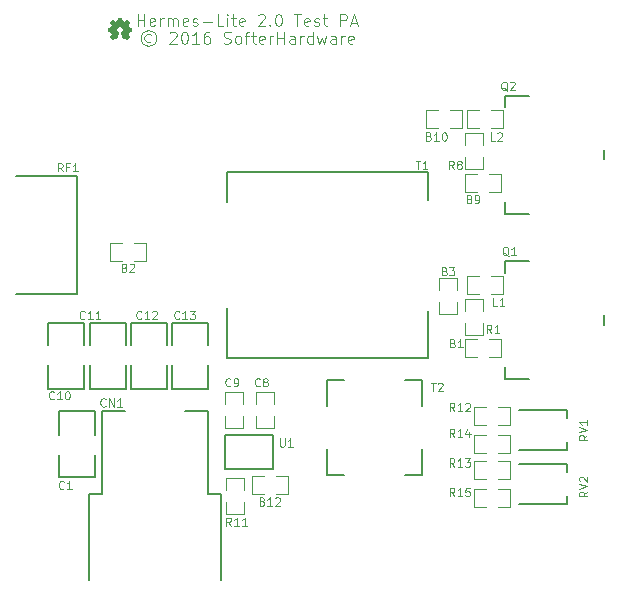
<source format=gto>
G04 #@! TF.FileFunction,Legend,Top*
%FSLAX46Y46*%
G04 Gerber Fmt 4.6, Leading zero omitted, Abs format (unit mm)*
G04 Created by KiCad (PCBNEW 4.0.1-stable) date 7/31/2016 1:29:05 PM*
%MOMM*%
G01*
G04 APERTURE LIST*
%ADD10C,0.100000*%
%ADD11C,0.150000*%
%ADD12C,0.099060*%
%ADD13C,0.002540*%
G04 APERTURE END LIST*
D10*
X10538094Y-2902381D02*
X10538094Y-1902381D01*
X10538094Y-2378571D02*
X11109523Y-2378571D01*
X11109523Y-2902381D02*
X11109523Y-1902381D01*
X11966666Y-2854762D02*
X11871428Y-2902381D01*
X11680951Y-2902381D01*
X11585713Y-2854762D01*
X11538094Y-2759524D01*
X11538094Y-2378571D01*
X11585713Y-2283333D01*
X11680951Y-2235714D01*
X11871428Y-2235714D01*
X11966666Y-2283333D01*
X12014285Y-2378571D01*
X12014285Y-2473810D01*
X11538094Y-2569048D01*
X12442856Y-2902381D02*
X12442856Y-2235714D01*
X12442856Y-2426190D02*
X12490475Y-2330952D01*
X12538094Y-2283333D01*
X12633332Y-2235714D01*
X12728571Y-2235714D01*
X13061904Y-2902381D02*
X13061904Y-2235714D01*
X13061904Y-2330952D02*
X13109523Y-2283333D01*
X13204761Y-2235714D01*
X13347619Y-2235714D01*
X13442857Y-2283333D01*
X13490476Y-2378571D01*
X13490476Y-2902381D01*
X13490476Y-2378571D02*
X13538095Y-2283333D01*
X13633333Y-2235714D01*
X13776190Y-2235714D01*
X13871428Y-2283333D01*
X13919047Y-2378571D01*
X13919047Y-2902381D01*
X14776190Y-2854762D02*
X14680952Y-2902381D01*
X14490475Y-2902381D01*
X14395237Y-2854762D01*
X14347618Y-2759524D01*
X14347618Y-2378571D01*
X14395237Y-2283333D01*
X14490475Y-2235714D01*
X14680952Y-2235714D01*
X14776190Y-2283333D01*
X14823809Y-2378571D01*
X14823809Y-2473810D01*
X14347618Y-2569048D01*
X15204761Y-2854762D02*
X15299999Y-2902381D01*
X15490475Y-2902381D01*
X15585714Y-2854762D01*
X15633333Y-2759524D01*
X15633333Y-2711905D01*
X15585714Y-2616667D01*
X15490475Y-2569048D01*
X15347618Y-2569048D01*
X15252380Y-2521429D01*
X15204761Y-2426190D01*
X15204761Y-2378571D01*
X15252380Y-2283333D01*
X15347618Y-2235714D01*
X15490475Y-2235714D01*
X15585714Y-2283333D01*
X16061904Y-2521429D02*
X16823809Y-2521429D01*
X17776190Y-2902381D02*
X17299999Y-2902381D01*
X17299999Y-1902381D01*
X18109523Y-2902381D02*
X18109523Y-2235714D01*
X18109523Y-1902381D02*
X18061904Y-1950000D01*
X18109523Y-1997619D01*
X18157142Y-1950000D01*
X18109523Y-1902381D01*
X18109523Y-1997619D01*
X18442856Y-2235714D02*
X18823808Y-2235714D01*
X18585713Y-1902381D02*
X18585713Y-2759524D01*
X18633332Y-2854762D01*
X18728570Y-2902381D01*
X18823808Y-2902381D01*
X19538095Y-2854762D02*
X19442857Y-2902381D01*
X19252380Y-2902381D01*
X19157142Y-2854762D01*
X19109523Y-2759524D01*
X19109523Y-2378571D01*
X19157142Y-2283333D01*
X19252380Y-2235714D01*
X19442857Y-2235714D01*
X19538095Y-2283333D01*
X19585714Y-2378571D01*
X19585714Y-2473810D01*
X19109523Y-2569048D01*
X20728571Y-1997619D02*
X20776190Y-1950000D01*
X20871428Y-1902381D01*
X21109524Y-1902381D01*
X21204762Y-1950000D01*
X21252381Y-1997619D01*
X21300000Y-2092857D01*
X21300000Y-2188095D01*
X21252381Y-2330952D01*
X20680952Y-2902381D01*
X21300000Y-2902381D01*
X21728571Y-2807143D02*
X21776190Y-2854762D01*
X21728571Y-2902381D01*
X21680952Y-2854762D01*
X21728571Y-2807143D01*
X21728571Y-2902381D01*
X22395237Y-1902381D02*
X22490476Y-1902381D01*
X22585714Y-1950000D01*
X22633333Y-1997619D01*
X22680952Y-2092857D01*
X22728571Y-2283333D01*
X22728571Y-2521429D01*
X22680952Y-2711905D01*
X22633333Y-2807143D01*
X22585714Y-2854762D01*
X22490476Y-2902381D01*
X22395237Y-2902381D01*
X22299999Y-2854762D01*
X22252380Y-2807143D01*
X22204761Y-2711905D01*
X22157142Y-2521429D01*
X22157142Y-2283333D01*
X22204761Y-2092857D01*
X22252380Y-1997619D01*
X22299999Y-1950000D01*
X22395237Y-1902381D01*
X23776190Y-1902381D02*
X24347619Y-1902381D01*
X24061904Y-2902381D02*
X24061904Y-1902381D01*
X25061905Y-2854762D02*
X24966667Y-2902381D01*
X24776190Y-2902381D01*
X24680952Y-2854762D01*
X24633333Y-2759524D01*
X24633333Y-2378571D01*
X24680952Y-2283333D01*
X24776190Y-2235714D01*
X24966667Y-2235714D01*
X25061905Y-2283333D01*
X25109524Y-2378571D01*
X25109524Y-2473810D01*
X24633333Y-2569048D01*
X25490476Y-2854762D02*
X25585714Y-2902381D01*
X25776190Y-2902381D01*
X25871429Y-2854762D01*
X25919048Y-2759524D01*
X25919048Y-2711905D01*
X25871429Y-2616667D01*
X25776190Y-2569048D01*
X25633333Y-2569048D01*
X25538095Y-2521429D01*
X25490476Y-2426190D01*
X25490476Y-2378571D01*
X25538095Y-2283333D01*
X25633333Y-2235714D01*
X25776190Y-2235714D01*
X25871429Y-2283333D01*
X26204762Y-2235714D02*
X26585714Y-2235714D01*
X26347619Y-1902381D02*
X26347619Y-2759524D01*
X26395238Y-2854762D01*
X26490476Y-2902381D01*
X26585714Y-2902381D01*
X27680953Y-2902381D02*
X27680953Y-1902381D01*
X28061906Y-1902381D01*
X28157144Y-1950000D01*
X28204763Y-1997619D01*
X28252382Y-2092857D01*
X28252382Y-2235714D01*
X28204763Y-2330952D01*
X28157144Y-2378571D01*
X28061906Y-2426190D01*
X27680953Y-2426190D01*
X28633334Y-2616667D02*
X29109525Y-2616667D01*
X28538096Y-2902381D02*
X28871429Y-1902381D01*
X29204763Y-2902381D01*
X11633332Y-3640476D02*
X11538094Y-3592857D01*
X11347618Y-3592857D01*
X11252380Y-3640476D01*
X11157142Y-3735714D01*
X11109523Y-3830952D01*
X11109523Y-4021429D01*
X11157142Y-4116667D01*
X11252380Y-4211905D01*
X11347618Y-4259524D01*
X11538094Y-4259524D01*
X11633332Y-4211905D01*
X11442856Y-3259524D02*
X11204761Y-3307143D01*
X10966665Y-3450000D01*
X10823808Y-3688095D01*
X10776189Y-3926190D01*
X10823808Y-4164286D01*
X10966665Y-4402381D01*
X11204761Y-4545238D01*
X11442856Y-4592857D01*
X11680951Y-4545238D01*
X11919046Y-4402381D01*
X12061903Y-4164286D01*
X12109523Y-3926190D01*
X12061903Y-3688095D01*
X11919046Y-3450000D01*
X11680951Y-3307143D01*
X11442856Y-3259524D01*
X13252380Y-3497619D02*
X13299999Y-3450000D01*
X13395237Y-3402381D01*
X13633333Y-3402381D01*
X13728571Y-3450000D01*
X13776190Y-3497619D01*
X13823809Y-3592857D01*
X13823809Y-3688095D01*
X13776190Y-3830952D01*
X13204761Y-4402381D01*
X13823809Y-4402381D01*
X14442856Y-3402381D02*
X14538095Y-3402381D01*
X14633333Y-3450000D01*
X14680952Y-3497619D01*
X14728571Y-3592857D01*
X14776190Y-3783333D01*
X14776190Y-4021429D01*
X14728571Y-4211905D01*
X14680952Y-4307143D01*
X14633333Y-4354762D01*
X14538095Y-4402381D01*
X14442856Y-4402381D01*
X14347618Y-4354762D01*
X14299999Y-4307143D01*
X14252380Y-4211905D01*
X14204761Y-4021429D01*
X14204761Y-3783333D01*
X14252380Y-3592857D01*
X14299999Y-3497619D01*
X14347618Y-3450000D01*
X14442856Y-3402381D01*
X15728571Y-4402381D02*
X15157142Y-4402381D01*
X15442856Y-4402381D02*
X15442856Y-3402381D01*
X15347618Y-3545238D01*
X15252380Y-3640476D01*
X15157142Y-3688095D01*
X16585714Y-3402381D02*
X16395237Y-3402381D01*
X16299999Y-3450000D01*
X16252380Y-3497619D01*
X16157142Y-3640476D01*
X16109523Y-3830952D01*
X16109523Y-4211905D01*
X16157142Y-4307143D01*
X16204761Y-4354762D01*
X16299999Y-4402381D01*
X16490476Y-4402381D01*
X16585714Y-4354762D01*
X16633333Y-4307143D01*
X16680952Y-4211905D01*
X16680952Y-3973810D01*
X16633333Y-3878571D01*
X16585714Y-3830952D01*
X16490476Y-3783333D01*
X16299999Y-3783333D01*
X16204761Y-3830952D01*
X16157142Y-3878571D01*
X16109523Y-3973810D01*
X17823809Y-4354762D02*
X17966666Y-4402381D01*
X18204762Y-4402381D01*
X18300000Y-4354762D01*
X18347619Y-4307143D01*
X18395238Y-4211905D01*
X18395238Y-4116667D01*
X18347619Y-4021429D01*
X18300000Y-3973810D01*
X18204762Y-3926190D01*
X18014285Y-3878571D01*
X17919047Y-3830952D01*
X17871428Y-3783333D01*
X17823809Y-3688095D01*
X17823809Y-3592857D01*
X17871428Y-3497619D01*
X17919047Y-3450000D01*
X18014285Y-3402381D01*
X18252381Y-3402381D01*
X18395238Y-3450000D01*
X18966666Y-4402381D02*
X18871428Y-4354762D01*
X18823809Y-4307143D01*
X18776190Y-4211905D01*
X18776190Y-3926190D01*
X18823809Y-3830952D01*
X18871428Y-3783333D01*
X18966666Y-3735714D01*
X19109524Y-3735714D01*
X19204762Y-3783333D01*
X19252381Y-3830952D01*
X19300000Y-3926190D01*
X19300000Y-4211905D01*
X19252381Y-4307143D01*
X19204762Y-4354762D01*
X19109524Y-4402381D01*
X18966666Y-4402381D01*
X19585714Y-3735714D02*
X19966666Y-3735714D01*
X19728571Y-4402381D02*
X19728571Y-3545238D01*
X19776190Y-3450000D01*
X19871428Y-3402381D01*
X19966666Y-3402381D01*
X20157143Y-3735714D02*
X20538095Y-3735714D01*
X20300000Y-3402381D02*
X20300000Y-4259524D01*
X20347619Y-4354762D01*
X20442857Y-4402381D01*
X20538095Y-4402381D01*
X21252382Y-4354762D02*
X21157144Y-4402381D01*
X20966667Y-4402381D01*
X20871429Y-4354762D01*
X20823810Y-4259524D01*
X20823810Y-3878571D01*
X20871429Y-3783333D01*
X20966667Y-3735714D01*
X21157144Y-3735714D01*
X21252382Y-3783333D01*
X21300001Y-3878571D01*
X21300001Y-3973810D01*
X20823810Y-4069048D01*
X21728572Y-4402381D02*
X21728572Y-3735714D01*
X21728572Y-3926190D02*
X21776191Y-3830952D01*
X21823810Y-3783333D01*
X21919048Y-3735714D01*
X22014287Y-3735714D01*
X22347620Y-4402381D02*
X22347620Y-3402381D01*
X22347620Y-3878571D02*
X22919049Y-3878571D01*
X22919049Y-4402381D02*
X22919049Y-3402381D01*
X23823811Y-4402381D02*
X23823811Y-3878571D01*
X23776192Y-3783333D01*
X23680954Y-3735714D01*
X23490477Y-3735714D01*
X23395239Y-3783333D01*
X23823811Y-4354762D02*
X23728573Y-4402381D01*
X23490477Y-4402381D01*
X23395239Y-4354762D01*
X23347620Y-4259524D01*
X23347620Y-4164286D01*
X23395239Y-4069048D01*
X23490477Y-4021429D01*
X23728573Y-4021429D01*
X23823811Y-3973810D01*
X24300001Y-4402381D02*
X24300001Y-3735714D01*
X24300001Y-3926190D02*
X24347620Y-3830952D01*
X24395239Y-3783333D01*
X24490477Y-3735714D01*
X24585716Y-3735714D01*
X25347621Y-4402381D02*
X25347621Y-3402381D01*
X25347621Y-4354762D02*
X25252383Y-4402381D01*
X25061906Y-4402381D01*
X24966668Y-4354762D01*
X24919049Y-4307143D01*
X24871430Y-4211905D01*
X24871430Y-3926190D01*
X24919049Y-3830952D01*
X24966668Y-3783333D01*
X25061906Y-3735714D01*
X25252383Y-3735714D01*
X25347621Y-3783333D01*
X25728573Y-3735714D02*
X25919049Y-4402381D01*
X26109526Y-3926190D01*
X26300002Y-4402381D01*
X26490478Y-3735714D01*
X27300002Y-4402381D02*
X27300002Y-3878571D01*
X27252383Y-3783333D01*
X27157145Y-3735714D01*
X26966668Y-3735714D01*
X26871430Y-3783333D01*
X27300002Y-4354762D02*
X27204764Y-4402381D01*
X26966668Y-4402381D01*
X26871430Y-4354762D01*
X26823811Y-4259524D01*
X26823811Y-4164286D01*
X26871430Y-4069048D01*
X26966668Y-4021429D01*
X27204764Y-4021429D01*
X27300002Y-3973810D01*
X27776192Y-4402381D02*
X27776192Y-3735714D01*
X27776192Y-3926190D02*
X27823811Y-3830952D01*
X27871430Y-3783333D01*
X27966668Y-3735714D01*
X28061907Y-3735714D01*
X28776193Y-4354762D02*
X28680955Y-4402381D01*
X28490478Y-4402381D01*
X28395240Y-4354762D01*
X28347621Y-4259524D01*
X28347621Y-3878571D01*
X28395240Y-3783333D01*
X28490478Y-3735714D01*
X28680955Y-3735714D01*
X28776193Y-3783333D01*
X28823812Y-3878571D01*
X28823812Y-3973810D01*
X28347621Y-4069048D01*
D11*
X28000000Y-32900000D02*
X26600000Y-32900000D01*
X26600000Y-32900000D02*
X26600000Y-35100000D01*
X34600000Y-35100000D02*
X34600000Y-32900000D01*
X34600000Y-32900000D02*
X33200000Y-32900000D01*
X33200000Y-40900000D02*
X34600000Y-40900000D01*
X34600000Y-40900000D02*
X34600000Y-38700000D01*
X26600000Y-38700000D02*
X26600000Y-40900000D01*
X26600000Y-40900000D02*
X28000000Y-40900000D01*
X6924000Y-35506000D02*
X3876000Y-35506000D01*
X3876000Y-39189000D02*
X3876000Y-41094000D01*
X3876000Y-41094000D02*
X6924000Y-41094000D01*
X6924000Y-41094000D02*
X6924000Y-39189000D01*
X6924000Y-37538000D02*
X6924000Y-35506000D01*
X3876000Y-35506000D02*
X3876000Y-37538000D01*
X2976000Y-33594000D02*
X6024000Y-33594000D01*
X6024000Y-29911000D02*
X6024000Y-28006000D01*
X6024000Y-28006000D02*
X2976000Y-28006000D01*
X2976000Y-28006000D02*
X2976000Y-29911000D01*
X2976000Y-31562000D02*
X2976000Y-33594000D01*
X6024000Y-33594000D02*
X6024000Y-31562000D01*
X6476000Y-33594000D02*
X9524000Y-33594000D01*
X9524000Y-29911000D02*
X9524000Y-28006000D01*
X9524000Y-28006000D02*
X6476000Y-28006000D01*
X6476000Y-28006000D02*
X6476000Y-29911000D01*
X6476000Y-31562000D02*
X6476000Y-33594000D01*
X9524000Y-33594000D02*
X9524000Y-31562000D01*
X9976000Y-33594000D02*
X13024000Y-33594000D01*
X13024000Y-29911000D02*
X13024000Y-28006000D01*
X13024000Y-28006000D02*
X9976000Y-28006000D01*
X9976000Y-28006000D02*
X9976000Y-29911000D01*
X9976000Y-31562000D02*
X9976000Y-33594000D01*
X13024000Y-33594000D02*
X13024000Y-31562000D01*
X13476000Y-33594000D02*
X16524000Y-33594000D01*
X16524000Y-29911000D02*
X16524000Y-28006000D01*
X16524000Y-28006000D02*
X13476000Y-28006000D01*
X13476000Y-28006000D02*
X13476000Y-29911000D01*
X13476000Y-31562000D02*
X13476000Y-33594000D01*
X16524000Y-33594000D02*
X16524000Y-31562000D01*
X16500000Y-42500000D02*
X17600000Y-42500000D01*
X17600000Y-42500000D02*
X17600000Y-49800000D01*
X7500000Y-42500000D02*
X6400000Y-42500000D01*
X6400000Y-42500000D02*
X6400000Y-49800000D01*
X14500000Y-35500000D02*
X16500000Y-35500000D01*
X16500000Y-35500000D02*
X16500000Y-42500000D01*
X7500000Y-42500000D02*
X7500000Y-35500000D01*
X7500000Y-35500000D02*
X9500000Y-35500000D01*
X200000Y-15600000D02*
X5400000Y-15600000D01*
X5400000Y-15600000D02*
X5400000Y-25600000D01*
X5400000Y-25600000D02*
X200000Y-25600000D01*
X22000000Y-37500000D02*
X17900000Y-37500000D01*
X17900000Y-37500000D02*
X17900000Y-40400000D01*
X17900000Y-40400000D02*
X22000000Y-40400000D01*
X22000000Y-40400000D02*
X22000000Y-37500000D01*
X21100000Y-31000000D02*
X18100000Y-31000000D01*
X18100000Y-31000000D02*
X18100000Y-29300000D01*
X18100000Y-29300000D02*
X18100000Y-26800000D01*
X35100000Y-17600000D02*
X35100000Y-15300000D01*
X35100000Y-15300000D02*
X18100000Y-15300000D01*
X18100000Y-15300000D02*
X18100000Y-17800000D01*
X35100000Y-27000000D02*
X35100000Y-31000000D01*
X35100000Y-31000000D02*
X21100000Y-31000000D01*
D12*
X39992000Y-43662000D02*
X38976000Y-43662000D01*
X38976000Y-43662000D02*
X38976000Y-42138000D01*
X38976000Y-42138000D02*
X39992000Y-42138000D01*
X41008000Y-42138000D02*
X42024000Y-42138000D01*
X42024000Y-42138000D02*
X42024000Y-43662000D01*
X42024000Y-43662000D02*
X41008000Y-43662000D01*
X39992000Y-39062000D02*
X38976000Y-39062000D01*
X38976000Y-39062000D02*
X38976000Y-37538000D01*
X38976000Y-37538000D02*
X39992000Y-37538000D01*
X41008000Y-37538000D02*
X42024000Y-37538000D01*
X42024000Y-37538000D02*
X42024000Y-39062000D01*
X42024000Y-39062000D02*
X41008000Y-39062000D01*
X41008000Y-39738000D02*
X42024000Y-39738000D01*
X42024000Y-39738000D02*
X42024000Y-41262000D01*
X42024000Y-41262000D02*
X41008000Y-41262000D01*
X39992000Y-41262000D02*
X38976000Y-41262000D01*
X38976000Y-41262000D02*
X38976000Y-39738000D01*
X38976000Y-39738000D02*
X39992000Y-39738000D01*
X41008000Y-35138000D02*
X42024000Y-35138000D01*
X42024000Y-35138000D02*
X42024000Y-36662000D01*
X42024000Y-36662000D02*
X41008000Y-36662000D01*
X39992000Y-36662000D02*
X38976000Y-36662000D01*
X38976000Y-36662000D02*
X38976000Y-35138000D01*
X38976000Y-35138000D02*
X39992000Y-35138000D01*
X18038000Y-42192000D02*
X18038000Y-41176000D01*
X18038000Y-41176000D02*
X19562000Y-41176000D01*
X19562000Y-41176000D02*
X19562000Y-42192000D01*
X19562000Y-43208000D02*
X19562000Y-44224000D01*
X19562000Y-44224000D02*
X18038000Y-44224000D01*
X18038000Y-44224000D02*
X18038000Y-43208000D01*
X39762000Y-14008000D02*
X39762000Y-15024000D01*
X39762000Y-15024000D02*
X38238000Y-15024000D01*
X38238000Y-15024000D02*
X38238000Y-14008000D01*
X38238000Y-12992000D02*
X38238000Y-11976000D01*
X38238000Y-11976000D02*
X39762000Y-11976000D01*
X39762000Y-11976000D02*
X39762000Y-12992000D01*
X39762000Y-28008000D02*
X39762000Y-29024000D01*
X39762000Y-29024000D02*
X38238000Y-29024000D01*
X38238000Y-29024000D02*
X38238000Y-28008000D01*
X38238000Y-26992000D02*
X38238000Y-25976000D01*
X38238000Y-25976000D02*
X39762000Y-25976000D01*
X39762000Y-25976000D02*
X39762000Y-26992000D01*
X39392000Y-11562000D02*
X38376000Y-11562000D01*
X38376000Y-11562000D02*
X38376000Y-10038000D01*
X38376000Y-10038000D02*
X39392000Y-10038000D01*
X40408000Y-10038000D02*
X41424000Y-10038000D01*
X41424000Y-10038000D02*
X41424000Y-11562000D01*
X41424000Y-11562000D02*
X40408000Y-11562000D01*
X39392000Y-25562000D02*
X38376000Y-25562000D01*
X38376000Y-25562000D02*
X38376000Y-24038000D01*
X38376000Y-24038000D02*
X39392000Y-24038000D01*
X40408000Y-24038000D02*
X41424000Y-24038000D01*
X41424000Y-24038000D02*
X41424000Y-25562000D01*
X41424000Y-25562000D02*
X40408000Y-25562000D01*
X19462000Y-35908000D02*
X19462000Y-36924000D01*
X19462000Y-36924000D02*
X17938000Y-36924000D01*
X17938000Y-36924000D02*
X17938000Y-35908000D01*
X17938000Y-34892000D02*
X17938000Y-33876000D01*
X17938000Y-33876000D02*
X19462000Y-33876000D01*
X19462000Y-33876000D02*
X19462000Y-34892000D01*
X22062000Y-35908000D02*
X22062000Y-36924000D01*
X22062000Y-36924000D02*
X20538000Y-36924000D01*
X20538000Y-36924000D02*
X20538000Y-35908000D01*
X20538000Y-34892000D02*
X20538000Y-33876000D01*
X20538000Y-33876000D02*
X22062000Y-33876000D01*
X22062000Y-33876000D02*
X22062000Y-34892000D01*
X21192000Y-42562000D02*
X20176000Y-42562000D01*
X20176000Y-42562000D02*
X20176000Y-41038000D01*
X20176000Y-41038000D02*
X21192000Y-41038000D01*
X22208000Y-41038000D02*
X23224000Y-41038000D01*
X23224000Y-41038000D02*
X23224000Y-42562000D01*
X23224000Y-42562000D02*
X22208000Y-42562000D01*
X37008000Y-10038000D02*
X38024000Y-10038000D01*
X38024000Y-10038000D02*
X38024000Y-11562000D01*
X38024000Y-11562000D02*
X37008000Y-11562000D01*
X35992000Y-11562000D02*
X34976000Y-11562000D01*
X34976000Y-11562000D02*
X34976000Y-10038000D01*
X34976000Y-10038000D02*
X35992000Y-10038000D01*
X40308000Y-15438000D02*
X41324000Y-15438000D01*
X41324000Y-15438000D02*
X41324000Y-16962000D01*
X41324000Y-16962000D02*
X40308000Y-16962000D01*
X39292000Y-16962000D02*
X38276000Y-16962000D01*
X38276000Y-16962000D02*
X38276000Y-15438000D01*
X38276000Y-15438000D02*
X39292000Y-15438000D01*
X36038000Y-25292000D02*
X36038000Y-24276000D01*
X36038000Y-24276000D02*
X37562000Y-24276000D01*
X37562000Y-24276000D02*
X37562000Y-25292000D01*
X37562000Y-26308000D02*
X37562000Y-27324000D01*
X37562000Y-27324000D02*
X36038000Y-27324000D01*
X36038000Y-27324000D02*
X36038000Y-26308000D01*
X9192000Y-22762000D02*
X8176000Y-22762000D01*
X8176000Y-22762000D02*
X8176000Y-21238000D01*
X8176000Y-21238000D02*
X9192000Y-21238000D01*
X10208000Y-21238000D02*
X11224000Y-21238000D01*
X11224000Y-21238000D02*
X11224000Y-22762000D01*
X11224000Y-22762000D02*
X10208000Y-22762000D01*
X40308000Y-29438000D02*
X41324000Y-29438000D01*
X41324000Y-29438000D02*
X41324000Y-30962000D01*
X41324000Y-30962000D02*
X40308000Y-30962000D01*
X39292000Y-30962000D02*
X38276000Y-30962000D01*
X38276000Y-30962000D02*
X38276000Y-29438000D01*
X38276000Y-29438000D02*
X39292000Y-29438000D01*
D11*
X46900000Y-42700000D02*
X46900000Y-43400000D01*
X46900000Y-43400000D02*
X42800000Y-43400000D01*
X42800000Y-40000000D02*
X46900000Y-40000000D01*
X46900000Y-40000000D02*
X46900000Y-40700000D01*
X46900000Y-38100000D02*
X46900000Y-38800000D01*
X46900000Y-38800000D02*
X42800000Y-38800000D01*
X42800000Y-35400000D02*
X46900000Y-35400000D01*
X46900000Y-35400000D02*
X46900000Y-36100000D01*
X41600000Y-17800000D02*
X41600000Y-18800000D01*
X41600000Y-18800000D02*
X43700000Y-18800000D01*
X41600000Y-8800000D02*
X41600000Y-9800000D01*
X41600000Y-8800000D02*
X43700000Y-8800000D01*
X50000000Y-13400000D02*
X50000000Y-14200000D01*
X41600000Y-31800000D02*
X41600000Y-32800000D01*
X41600000Y-32800000D02*
X43700000Y-32800000D01*
X41600000Y-22800000D02*
X41600000Y-23800000D01*
X41600000Y-22800000D02*
X43700000Y-22800000D01*
X50000000Y-27400000D02*
X50000000Y-28200000D01*
D13*
G36*
X9604520Y-3996620D02*
X9594360Y-3991540D01*
X9571500Y-3976300D01*
X9538480Y-3955980D01*
X9497840Y-3928040D01*
X9459740Y-3902640D01*
X9426720Y-3879780D01*
X9403860Y-3864540D01*
X9393700Y-3859460D01*
X9388620Y-3862000D01*
X9370840Y-3872160D01*
X9342900Y-3884860D01*
X9327660Y-3892480D01*
X9302260Y-3905180D01*
X9289560Y-3907720D01*
X9287020Y-3902640D01*
X9276860Y-3884860D01*
X9264160Y-3851840D01*
X9243840Y-3808660D01*
X9223520Y-3757860D01*
X9200660Y-3701980D01*
X9177800Y-3646100D01*
X9154940Y-3592760D01*
X9134620Y-3544500D01*
X9119380Y-3506400D01*
X9109220Y-3478460D01*
X9104140Y-3468300D01*
X9106680Y-3465760D01*
X9119380Y-3453060D01*
X9139700Y-3437820D01*
X9187960Y-3397180D01*
X9233680Y-3338760D01*
X9264160Y-3272720D01*
X9271780Y-3199060D01*
X9264160Y-3133020D01*
X9238760Y-3069520D01*
X9193040Y-3008560D01*
X9137160Y-2965380D01*
X9071120Y-2937440D01*
X9000000Y-2929820D01*
X8931420Y-2937440D01*
X8865380Y-2962840D01*
X8804420Y-3008560D01*
X8781560Y-3036500D01*
X8746000Y-3097460D01*
X8725680Y-3158420D01*
X8725680Y-3173660D01*
X8728220Y-3244780D01*
X8748540Y-3313360D01*
X8784100Y-3371780D01*
X8837440Y-3422580D01*
X8842520Y-3427660D01*
X8867920Y-3445440D01*
X8883160Y-3455600D01*
X8895860Y-3465760D01*
X8806960Y-3681660D01*
X8791720Y-3717220D01*
X8766320Y-3775640D01*
X8746000Y-3826440D01*
X8728220Y-3867080D01*
X8715520Y-3892480D01*
X8710440Y-3905180D01*
X8710440Y-3905180D01*
X8702820Y-3905180D01*
X8687580Y-3900100D01*
X8657100Y-3884860D01*
X8636780Y-3874700D01*
X8613920Y-3864540D01*
X8603760Y-3859460D01*
X8593600Y-3864540D01*
X8573280Y-3879780D01*
X8540260Y-3900100D01*
X8502160Y-3925500D01*
X8466600Y-3950900D01*
X8431040Y-3973760D01*
X8408180Y-3989000D01*
X8395480Y-3996620D01*
X8392940Y-3996620D01*
X8382780Y-3989000D01*
X8362460Y-3973760D01*
X8334520Y-3945820D01*
X8293880Y-3905180D01*
X8286260Y-3900100D01*
X8253240Y-3864540D01*
X8225300Y-3834060D01*
X8204980Y-3813740D01*
X8199900Y-3806120D01*
X8199900Y-3806120D01*
X8204980Y-3793420D01*
X8220220Y-3768020D01*
X8243080Y-3735000D01*
X8271020Y-3694360D01*
X8342140Y-3590220D01*
X8301500Y-3493700D01*
X8291340Y-3463220D01*
X8276100Y-3427660D01*
X8263400Y-3402260D01*
X8258320Y-3389560D01*
X8248160Y-3387020D01*
X8220220Y-3379400D01*
X8182120Y-3371780D01*
X8136400Y-3364160D01*
X8090680Y-3354000D01*
X8052580Y-3346380D01*
X8022100Y-3341300D01*
X8009400Y-3338760D01*
X8006860Y-3336220D01*
X8004320Y-3331140D01*
X8001780Y-3318440D01*
X8001780Y-3293040D01*
X8001780Y-3254940D01*
X8001780Y-3199060D01*
X8001780Y-3193980D01*
X8001780Y-3140640D01*
X8001780Y-3100000D01*
X8004320Y-3074600D01*
X8006860Y-3064440D01*
X8006860Y-3064440D01*
X8019560Y-3059360D01*
X8047500Y-3054280D01*
X8085600Y-3046660D01*
X8133860Y-3036500D01*
X8136400Y-3036500D01*
X8184660Y-3028880D01*
X8222760Y-3018720D01*
X8250700Y-3013640D01*
X8263400Y-3008560D01*
X8265940Y-3006020D01*
X8276100Y-2988240D01*
X8288800Y-2957760D01*
X8304040Y-2922200D01*
X8319280Y-2886640D01*
X8334520Y-2851080D01*
X8342140Y-2828220D01*
X8344680Y-2815520D01*
X8344680Y-2815520D01*
X8337060Y-2805360D01*
X8321820Y-2779960D01*
X8298960Y-2746940D01*
X8271020Y-2706300D01*
X8268480Y-2701220D01*
X8240540Y-2663120D01*
X8220220Y-2627560D01*
X8204980Y-2604700D01*
X8199900Y-2594540D01*
X8199900Y-2592000D01*
X8207520Y-2581840D01*
X8227840Y-2558980D01*
X8258320Y-2528500D01*
X8293880Y-2492940D01*
X8304040Y-2482780D01*
X8342140Y-2444680D01*
X8370080Y-2419280D01*
X8387860Y-2406580D01*
X8395480Y-2401500D01*
X8395480Y-2404040D01*
X8408180Y-2409120D01*
X8433580Y-2426900D01*
X8466600Y-2449760D01*
X8507240Y-2477700D01*
X8509780Y-2480240D01*
X8550420Y-2505640D01*
X8583440Y-2528500D01*
X8606300Y-2543740D01*
X8616460Y-2551360D01*
X8619000Y-2551360D01*
X8634240Y-2546280D01*
X8664720Y-2536120D01*
X8697740Y-2523420D01*
X8735840Y-2508180D01*
X8768860Y-2492940D01*
X8794260Y-2482780D01*
X8806960Y-2475160D01*
X8806960Y-2475160D01*
X8812040Y-2459920D01*
X8817120Y-2429440D01*
X8827280Y-2388800D01*
X8834900Y-2340540D01*
X8837440Y-2332920D01*
X8845060Y-2284660D01*
X8852680Y-2246560D01*
X8860300Y-2218620D01*
X8862840Y-2205920D01*
X8867920Y-2205920D01*
X8893320Y-2203380D01*
X8928880Y-2203380D01*
X8972060Y-2203380D01*
X9015240Y-2203380D01*
X9058420Y-2203380D01*
X9096520Y-2205920D01*
X9121920Y-2205920D01*
X9134620Y-2208460D01*
X9134620Y-2211000D01*
X9139700Y-2223700D01*
X9144780Y-2254180D01*
X9154940Y-2294820D01*
X9162560Y-2345620D01*
X9165100Y-2353240D01*
X9172720Y-2401500D01*
X9182880Y-2439600D01*
X9187960Y-2467540D01*
X9190500Y-2477700D01*
X9195580Y-2480240D01*
X9213360Y-2487860D01*
X9246380Y-2500560D01*
X9287020Y-2518340D01*
X9378460Y-2553900D01*
X9490220Y-2477700D01*
X9500380Y-2470080D01*
X9541020Y-2442140D01*
X9574040Y-2421820D01*
X9596900Y-2406580D01*
X9607060Y-2401500D01*
X9607060Y-2401500D01*
X9617220Y-2411660D01*
X9640080Y-2431980D01*
X9670560Y-2462460D01*
X9706120Y-2495480D01*
X9731520Y-2523420D01*
X9762000Y-2553900D01*
X9782320Y-2574220D01*
X9792480Y-2589460D01*
X9797560Y-2597080D01*
X9795020Y-2602160D01*
X9789940Y-2614860D01*
X9772160Y-2637720D01*
X9749300Y-2673280D01*
X9721360Y-2711380D01*
X9698500Y-2746940D01*
X9675640Y-2782500D01*
X9660400Y-2810440D01*
X9652780Y-2823140D01*
X9655320Y-2828220D01*
X9662940Y-2851080D01*
X9675640Y-2884100D01*
X9693420Y-2924740D01*
X9731520Y-3013640D01*
X9789940Y-3023800D01*
X9825500Y-3031420D01*
X9876300Y-3039040D01*
X9922020Y-3049200D01*
X9995680Y-3064440D01*
X9998220Y-3331140D01*
X9988060Y-3336220D01*
X9975360Y-3341300D01*
X9949960Y-3346380D01*
X9909320Y-3354000D01*
X9863600Y-3361620D01*
X9825500Y-3369240D01*
X9784860Y-3376860D01*
X9756920Y-3381940D01*
X9744220Y-3384480D01*
X9741680Y-3389560D01*
X9731520Y-3409880D01*
X9716280Y-3440360D01*
X9701040Y-3475920D01*
X9685800Y-3514020D01*
X9673100Y-3549580D01*
X9662940Y-3574980D01*
X9657860Y-3590220D01*
X9662940Y-3600380D01*
X9678180Y-3623240D01*
X9701040Y-3656260D01*
X9726440Y-3694360D01*
X9754380Y-3735000D01*
X9777240Y-3768020D01*
X9792480Y-3793420D01*
X9800100Y-3803580D01*
X9795020Y-3811200D01*
X9779780Y-3828980D01*
X9751840Y-3859460D01*
X9706120Y-3905180D01*
X9698500Y-3910260D01*
X9665480Y-3945820D01*
X9635000Y-3971220D01*
X9614680Y-3991540D01*
X9604520Y-3996620D01*
X9604520Y-3996620D01*
G37*
X9604520Y-3996620D02*
X9594360Y-3991540D01*
X9571500Y-3976300D01*
X9538480Y-3955980D01*
X9497840Y-3928040D01*
X9459740Y-3902640D01*
X9426720Y-3879780D01*
X9403860Y-3864540D01*
X9393700Y-3859460D01*
X9388620Y-3862000D01*
X9370840Y-3872160D01*
X9342900Y-3884860D01*
X9327660Y-3892480D01*
X9302260Y-3905180D01*
X9289560Y-3907720D01*
X9287020Y-3902640D01*
X9276860Y-3884860D01*
X9264160Y-3851840D01*
X9243840Y-3808660D01*
X9223520Y-3757860D01*
X9200660Y-3701980D01*
X9177800Y-3646100D01*
X9154940Y-3592760D01*
X9134620Y-3544500D01*
X9119380Y-3506400D01*
X9109220Y-3478460D01*
X9104140Y-3468300D01*
X9106680Y-3465760D01*
X9119380Y-3453060D01*
X9139700Y-3437820D01*
X9187960Y-3397180D01*
X9233680Y-3338760D01*
X9264160Y-3272720D01*
X9271780Y-3199060D01*
X9264160Y-3133020D01*
X9238760Y-3069520D01*
X9193040Y-3008560D01*
X9137160Y-2965380D01*
X9071120Y-2937440D01*
X9000000Y-2929820D01*
X8931420Y-2937440D01*
X8865380Y-2962840D01*
X8804420Y-3008560D01*
X8781560Y-3036500D01*
X8746000Y-3097460D01*
X8725680Y-3158420D01*
X8725680Y-3173660D01*
X8728220Y-3244780D01*
X8748540Y-3313360D01*
X8784100Y-3371780D01*
X8837440Y-3422580D01*
X8842520Y-3427660D01*
X8867920Y-3445440D01*
X8883160Y-3455600D01*
X8895860Y-3465760D01*
X8806960Y-3681660D01*
X8791720Y-3717220D01*
X8766320Y-3775640D01*
X8746000Y-3826440D01*
X8728220Y-3867080D01*
X8715520Y-3892480D01*
X8710440Y-3905180D01*
X8710440Y-3905180D01*
X8702820Y-3905180D01*
X8687580Y-3900100D01*
X8657100Y-3884860D01*
X8636780Y-3874700D01*
X8613920Y-3864540D01*
X8603760Y-3859460D01*
X8593600Y-3864540D01*
X8573280Y-3879780D01*
X8540260Y-3900100D01*
X8502160Y-3925500D01*
X8466600Y-3950900D01*
X8431040Y-3973760D01*
X8408180Y-3989000D01*
X8395480Y-3996620D01*
X8392940Y-3996620D01*
X8382780Y-3989000D01*
X8362460Y-3973760D01*
X8334520Y-3945820D01*
X8293880Y-3905180D01*
X8286260Y-3900100D01*
X8253240Y-3864540D01*
X8225300Y-3834060D01*
X8204980Y-3813740D01*
X8199900Y-3806120D01*
X8199900Y-3806120D01*
X8204980Y-3793420D01*
X8220220Y-3768020D01*
X8243080Y-3735000D01*
X8271020Y-3694360D01*
X8342140Y-3590220D01*
X8301500Y-3493700D01*
X8291340Y-3463220D01*
X8276100Y-3427660D01*
X8263400Y-3402260D01*
X8258320Y-3389560D01*
X8248160Y-3387020D01*
X8220220Y-3379400D01*
X8182120Y-3371780D01*
X8136400Y-3364160D01*
X8090680Y-3354000D01*
X8052580Y-3346380D01*
X8022100Y-3341300D01*
X8009400Y-3338760D01*
X8006860Y-3336220D01*
X8004320Y-3331140D01*
X8001780Y-3318440D01*
X8001780Y-3293040D01*
X8001780Y-3254940D01*
X8001780Y-3199060D01*
X8001780Y-3193980D01*
X8001780Y-3140640D01*
X8001780Y-3100000D01*
X8004320Y-3074600D01*
X8006860Y-3064440D01*
X8006860Y-3064440D01*
X8019560Y-3059360D01*
X8047500Y-3054280D01*
X8085600Y-3046660D01*
X8133860Y-3036500D01*
X8136400Y-3036500D01*
X8184660Y-3028880D01*
X8222760Y-3018720D01*
X8250700Y-3013640D01*
X8263400Y-3008560D01*
X8265940Y-3006020D01*
X8276100Y-2988240D01*
X8288800Y-2957760D01*
X8304040Y-2922200D01*
X8319280Y-2886640D01*
X8334520Y-2851080D01*
X8342140Y-2828220D01*
X8344680Y-2815520D01*
X8344680Y-2815520D01*
X8337060Y-2805360D01*
X8321820Y-2779960D01*
X8298960Y-2746940D01*
X8271020Y-2706300D01*
X8268480Y-2701220D01*
X8240540Y-2663120D01*
X8220220Y-2627560D01*
X8204980Y-2604700D01*
X8199900Y-2594540D01*
X8199900Y-2592000D01*
X8207520Y-2581840D01*
X8227840Y-2558980D01*
X8258320Y-2528500D01*
X8293880Y-2492940D01*
X8304040Y-2482780D01*
X8342140Y-2444680D01*
X8370080Y-2419280D01*
X8387860Y-2406580D01*
X8395480Y-2401500D01*
X8395480Y-2404040D01*
X8408180Y-2409120D01*
X8433580Y-2426900D01*
X8466600Y-2449760D01*
X8507240Y-2477700D01*
X8509780Y-2480240D01*
X8550420Y-2505640D01*
X8583440Y-2528500D01*
X8606300Y-2543740D01*
X8616460Y-2551360D01*
X8619000Y-2551360D01*
X8634240Y-2546280D01*
X8664720Y-2536120D01*
X8697740Y-2523420D01*
X8735840Y-2508180D01*
X8768860Y-2492940D01*
X8794260Y-2482780D01*
X8806960Y-2475160D01*
X8806960Y-2475160D01*
X8812040Y-2459920D01*
X8817120Y-2429440D01*
X8827280Y-2388800D01*
X8834900Y-2340540D01*
X8837440Y-2332920D01*
X8845060Y-2284660D01*
X8852680Y-2246560D01*
X8860300Y-2218620D01*
X8862840Y-2205920D01*
X8867920Y-2205920D01*
X8893320Y-2203380D01*
X8928880Y-2203380D01*
X8972060Y-2203380D01*
X9015240Y-2203380D01*
X9058420Y-2203380D01*
X9096520Y-2205920D01*
X9121920Y-2205920D01*
X9134620Y-2208460D01*
X9134620Y-2211000D01*
X9139700Y-2223700D01*
X9144780Y-2254180D01*
X9154940Y-2294820D01*
X9162560Y-2345620D01*
X9165100Y-2353240D01*
X9172720Y-2401500D01*
X9182880Y-2439600D01*
X9187960Y-2467540D01*
X9190500Y-2477700D01*
X9195580Y-2480240D01*
X9213360Y-2487860D01*
X9246380Y-2500560D01*
X9287020Y-2518340D01*
X9378460Y-2553900D01*
X9490220Y-2477700D01*
X9500380Y-2470080D01*
X9541020Y-2442140D01*
X9574040Y-2421820D01*
X9596900Y-2406580D01*
X9607060Y-2401500D01*
X9607060Y-2401500D01*
X9617220Y-2411660D01*
X9640080Y-2431980D01*
X9670560Y-2462460D01*
X9706120Y-2495480D01*
X9731520Y-2523420D01*
X9762000Y-2553900D01*
X9782320Y-2574220D01*
X9792480Y-2589460D01*
X9797560Y-2597080D01*
X9795020Y-2602160D01*
X9789940Y-2614860D01*
X9772160Y-2637720D01*
X9749300Y-2673280D01*
X9721360Y-2711380D01*
X9698500Y-2746940D01*
X9675640Y-2782500D01*
X9660400Y-2810440D01*
X9652780Y-2823140D01*
X9655320Y-2828220D01*
X9662940Y-2851080D01*
X9675640Y-2884100D01*
X9693420Y-2924740D01*
X9731520Y-3013640D01*
X9789940Y-3023800D01*
X9825500Y-3031420D01*
X9876300Y-3039040D01*
X9922020Y-3049200D01*
X9995680Y-3064440D01*
X9998220Y-3331140D01*
X9988060Y-3336220D01*
X9975360Y-3341300D01*
X9949960Y-3346380D01*
X9909320Y-3354000D01*
X9863600Y-3361620D01*
X9825500Y-3369240D01*
X9784860Y-3376860D01*
X9756920Y-3381940D01*
X9744220Y-3384480D01*
X9741680Y-3389560D01*
X9731520Y-3409880D01*
X9716280Y-3440360D01*
X9701040Y-3475920D01*
X9685800Y-3514020D01*
X9673100Y-3549580D01*
X9662940Y-3574980D01*
X9657860Y-3590220D01*
X9662940Y-3600380D01*
X9678180Y-3623240D01*
X9701040Y-3656260D01*
X9726440Y-3694360D01*
X9754380Y-3735000D01*
X9777240Y-3768020D01*
X9792480Y-3793420D01*
X9800100Y-3803580D01*
X9795020Y-3811200D01*
X9779780Y-3828980D01*
X9751840Y-3859460D01*
X9706120Y-3905180D01*
X9698500Y-3910260D01*
X9665480Y-3945820D01*
X9635000Y-3971220D01*
X9614680Y-3991540D01*
X9604520Y-3996620D01*
D10*
X35366667Y-33116667D02*
X35766667Y-33116667D01*
X35566667Y-33816667D02*
X35566667Y-33116667D01*
X35966666Y-33183333D02*
X36000000Y-33150000D01*
X36066666Y-33116667D01*
X36233333Y-33116667D01*
X36300000Y-33150000D01*
X36333333Y-33183333D01*
X36366666Y-33250000D01*
X36366666Y-33316667D01*
X36333333Y-33416667D01*
X35933333Y-33816667D01*
X36366666Y-33816667D01*
X4283334Y-42050000D02*
X4250000Y-42083333D01*
X4150000Y-42116667D01*
X4083334Y-42116667D01*
X3983334Y-42083333D01*
X3916667Y-42016667D01*
X3883334Y-41950000D01*
X3850000Y-41816667D01*
X3850000Y-41716667D01*
X3883334Y-41583333D01*
X3916667Y-41516667D01*
X3983334Y-41450000D01*
X4083334Y-41416667D01*
X4150000Y-41416667D01*
X4250000Y-41450000D01*
X4283334Y-41483333D01*
X4950000Y-42116667D02*
X4550000Y-42116667D01*
X4750000Y-42116667D02*
X4750000Y-41416667D01*
X4683334Y-41516667D01*
X4616667Y-41583333D01*
X4550000Y-41616667D01*
X3450000Y-34450000D02*
X3416666Y-34483333D01*
X3316666Y-34516667D01*
X3250000Y-34516667D01*
X3150000Y-34483333D01*
X3083333Y-34416667D01*
X3050000Y-34350000D01*
X3016666Y-34216667D01*
X3016666Y-34116667D01*
X3050000Y-33983333D01*
X3083333Y-33916667D01*
X3150000Y-33850000D01*
X3250000Y-33816667D01*
X3316666Y-33816667D01*
X3416666Y-33850000D01*
X3450000Y-33883333D01*
X4116666Y-34516667D02*
X3716666Y-34516667D01*
X3916666Y-34516667D02*
X3916666Y-33816667D01*
X3850000Y-33916667D01*
X3783333Y-33983333D01*
X3716666Y-34016667D01*
X4550000Y-33816667D02*
X4616667Y-33816667D01*
X4683333Y-33850000D01*
X4716667Y-33883333D01*
X4750000Y-33950000D01*
X4783333Y-34083333D01*
X4783333Y-34250000D01*
X4750000Y-34383333D01*
X4716667Y-34450000D01*
X4683333Y-34483333D01*
X4616667Y-34516667D01*
X4550000Y-34516667D01*
X4483333Y-34483333D01*
X4450000Y-34450000D01*
X4416667Y-34383333D01*
X4383333Y-34250000D01*
X4383333Y-34083333D01*
X4416667Y-33950000D01*
X4450000Y-33883333D01*
X4483333Y-33850000D01*
X4550000Y-33816667D01*
X6050000Y-27650000D02*
X6016666Y-27683333D01*
X5916666Y-27716667D01*
X5850000Y-27716667D01*
X5750000Y-27683333D01*
X5683333Y-27616667D01*
X5650000Y-27550000D01*
X5616666Y-27416667D01*
X5616666Y-27316667D01*
X5650000Y-27183333D01*
X5683333Y-27116667D01*
X5750000Y-27050000D01*
X5850000Y-27016667D01*
X5916666Y-27016667D01*
X6016666Y-27050000D01*
X6050000Y-27083333D01*
X6716666Y-27716667D02*
X6316666Y-27716667D01*
X6516666Y-27716667D02*
X6516666Y-27016667D01*
X6450000Y-27116667D01*
X6383333Y-27183333D01*
X6316666Y-27216667D01*
X7383333Y-27716667D02*
X6983333Y-27716667D01*
X7183333Y-27716667D02*
X7183333Y-27016667D01*
X7116667Y-27116667D01*
X7050000Y-27183333D01*
X6983333Y-27216667D01*
X10850000Y-27650000D02*
X10816666Y-27683333D01*
X10716666Y-27716667D01*
X10650000Y-27716667D01*
X10550000Y-27683333D01*
X10483333Y-27616667D01*
X10450000Y-27550000D01*
X10416666Y-27416667D01*
X10416666Y-27316667D01*
X10450000Y-27183333D01*
X10483333Y-27116667D01*
X10550000Y-27050000D01*
X10650000Y-27016667D01*
X10716666Y-27016667D01*
X10816666Y-27050000D01*
X10850000Y-27083333D01*
X11516666Y-27716667D02*
X11116666Y-27716667D01*
X11316666Y-27716667D02*
X11316666Y-27016667D01*
X11250000Y-27116667D01*
X11183333Y-27183333D01*
X11116666Y-27216667D01*
X11783333Y-27083333D02*
X11816667Y-27050000D01*
X11883333Y-27016667D01*
X12050000Y-27016667D01*
X12116667Y-27050000D01*
X12150000Y-27083333D01*
X12183333Y-27150000D01*
X12183333Y-27216667D01*
X12150000Y-27316667D01*
X11750000Y-27716667D01*
X12183333Y-27716667D01*
X14050000Y-27650000D02*
X14016666Y-27683333D01*
X13916666Y-27716667D01*
X13850000Y-27716667D01*
X13750000Y-27683333D01*
X13683333Y-27616667D01*
X13650000Y-27550000D01*
X13616666Y-27416667D01*
X13616666Y-27316667D01*
X13650000Y-27183333D01*
X13683333Y-27116667D01*
X13750000Y-27050000D01*
X13850000Y-27016667D01*
X13916666Y-27016667D01*
X14016666Y-27050000D01*
X14050000Y-27083333D01*
X14716666Y-27716667D02*
X14316666Y-27716667D01*
X14516666Y-27716667D02*
X14516666Y-27016667D01*
X14450000Y-27116667D01*
X14383333Y-27183333D01*
X14316666Y-27216667D01*
X14950000Y-27016667D02*
X15383333Y-27016667D01*
X15150000Y-27283333D01*
X15250000Y-27283333D01*
X15316667Y-27316667D01*
X15350000Y-27350000D01*
X15383333Y-27416667D01*
X15383333Y-27583333D01*
X15350000Y-27650000D01*
X15316667Y-27683333D01*
X15250000Y-27716667D01*
X15050000Y-27716667D01*
X14983333Y-27683333D01*
X14950000Y-27650000D01*
X7816667Y-35050000D02*
X7783333Y-35083333D01*
X7683333Y-35116667D01*
X7616667Y-35116667D01*
X7516667Y-35083333D01*
X7450000Y-35016667D01*
X7416667Y-34950000D01*
X7383333Y-34816667D01*
X7383333Y-34716667D01*
X7416667Y-34583333D01*
X7450000Y-34516667D01*
X7516667Y-34450000D01*
X7616667Y-34416667D01*
X7683333Y-34416667D01*
X7783333Y-34450000D01*
X7816667Y-34483333D01*
X8116667Y-35116667D02*
X8116667Y-34416667D01*
X8516667Y-35116667D01*
X8516667Y-34416667D01*
X9216666Y-35116667D02*
X8816666Y-35116667D01*
X9016666Y-35116667D02*
X9016666Y-34416667D01*
X8950000Y-34516667D01*
X8883333Y-34583333D01*
X8816666Y-34616667D01*
X4183334Y-15216667D02*
X3950000Y-14883333D01*
X3783334Y-15216667D02*
X3783334Y-14516667D01*
X4050000Y-14516667D01*
X4116667Y-14550000D01*
X4150000Y-14583333D01*
X4183334Y-14650000D01*
X4183334Y-14750000D01*
X4150000Y-14816667D01*
X4116667Y-14850000D01*
X4050000Y-14883333D01*
X3783334Y-14883333D01*
X4716667Y-14850000D02*
X4483334Y-14850000D01*
X4483334Y-15216667D02*
X4483334Y-14516667D01*
X4816667Y-14516667D01*
X5450000Y-15216667D02*
X5050000Y-15216667D01*
X5250000Y-15216667D02*
X5250000Y-14516667D01*
X5183334Y-14616667D01*
X5116667Y-14683333D01*
X5050000Y-14716667D01*
X22566667Y-37816667D02*
X22566667Y-38383333D01*
X22600000Y-38450000D01*
X22633333Y-38483333D01*
X22700000Y-38516667D01*
X22833333Y-38516667D01*
X22900000Y-38483333D01*
X22933333Y-38450000D01*
X22966667Y-38383333D01*
X22966667Y-37816667D01*
X23666666Y-38516667D02*
X23266666Y-38516667D01*
X23466666Y-38516667D02*
X23466666Y-37816667D01*
X23400000Y-37916667D01*
X23333333Y-37983333D01*
X23266666Y-38016667D01*
X34066667Y-14316667D02*
X34466667Y-14316667D01*
X34266667Y-15016667D02*
X34266667Y-14316667D01*
X35066666Y-15016667D02*
X34666666Y-15016667D01*
X34866666Y-15016667D02*
X34866666Y-14316667D01*
X34800000Y-14416667D01*
X34733333Y-14483333D01*
X34666666Y-14516667D01*
X37350000Y-42716667D02*
X37116666Y-42383333D01*
X36950000Y-42716667D02*
X36950000Y-42016667D01*
X37216666Y-42016667D01*
X37283333Y-42050000D01*
X37316666Y-42083333D01*
X37350000Y-42150000D01*
X37350000Y-42250000D01*
X37316666Y-42316667D01*
X37283333Y-42350000D01*
X37216666Y-42383333D01*
X36950000Y-42383333D01*
X38016666Y-42716667D02*
X37616666Y-42716667D01*
X37816666Y-42716667D02*
X37816666Y-42016667D01*
X37750000Y-42116667D01*
X37683333Y-42183333D01*
X37616666Y-42216667D01*
X38650000Y-42016667D02*
X38316667Y-42016667D01*
X38283333Y-42350000D01*
X38316667Y-42316667D01*
X38383333Y-42283333D01*
X38550000Y-42283333D01*
X38616667Y-42316667D01*
X38650000Y-42350000D01*
X38683333Y-42416667D01*
X38683333Y-42583333D01*
X38650000Y-42650000D01*
X38616667Y-42683333D01*
X38550000Y-42716667D01*
X38383333Y-42716667D01*
X38316667Y-42683333D01*
X38283333Y-42650000D01*
X37350000Y-37716667D02*
X37116666Y-37383333D01*
X36950000Y-37716667D02*
X36950000Y-37016667D01*
X37216666Y-37016667D01*
X37283333Y-37050000D01*
X37316666Y-37083333D01*
X37350000Y-37150000D01*
X37350000Y-37250000D01*
X37316666Y-37316667D01*
X37283333Y-37350000D01*
X37216666Y-37383333D01*
X36950000Y-37383333D01*
X38016666Y-37716667D02*
X37616666Y-37716667D01*
X37816666Y-37716667D02*
X37816666Y-37016667D01*
X37750000Y-37116667D01*
X37683333Y-37183333D01*
X37616666Y-37216667D01*
X38616667Y-37250000D02*
X38616667Y-37716667D01*
X38450000Y-36983333D02*
X38283333Y-37483333D01*
X38716667Y-37483333D01*
X37350000Y-40216667D02*
X37116666Y-39883333D01*
X36950000Y-40216667D02*
X36950000Y-39516667D01*
X37216666Y-39516667D01*
X37283333Y-39550000D01*
X37316666Y-39583333D01*
X37350000Y-39650000D01*
X37350000Y-39750000D01*
X37316666Y-39816667D01*
X37283333Y-39850000D01*
X37216666Y-39883333D01*
X36950000Y-39883333D01*
X38016666Y-40216667D02*
X37616666Y-40216667D01*
X37816666Y-40216667D02*
X37816666Y-39516667D01*
X37750000Y-39616667D01*
X37683333Y-39683333D01*
X37616666Y-39716667D01*
X38250000Y-39516667D02*
X38683333Y-39516667D01*
X38450000Y-39783333D01*
X38550000Y-39783333D01*
X38616667Y-39816667D01*
X38650000Y-39850000D01*
X38683333Y-39916667D01*
X38683333Y-40083333D01*
X38650000Y-40150000D01*
X38616667Y-40183333D01*
X38550000Y-40216667D01*
X38350000Y-40216667D01*
X38283333Y-40183333D01*
X38250000Y-40150000D01*
X37350000Y-35516667D02*
X37116666Y-35183333D01*
X36950000Y-35516667D02*
X36950000Y-34816667D01*
X37216666Y-34816667D01*
X37283333Y-34850000D01*
X37316666Y-34883333D01*
X37350000Y-34950000D01*
X37350000Y-35050000D01*
X37316666Y-35116667D01*
X37283333Y-35150000D01*
X37216666Y-35183333D01*
X36950000Y-35183333D01*
X38016666Y-35516667D02*
X37616666Y-35516667D01*
X37816666Y-35516667D02*
X37816666Y-34816667D01*
X37750000Y-34916667D01*
X37683333Y-34983333D01*
X37616666Y-35016667D01*
X38283333Y-34883333D02*
X38316667Y-34850000D01*
X38383333Y-34816667D01*
X38550000Y-34816667D01*
X38616667Y-34850000D01*
X38650000Y-34883333D01*
X38683333Y-34950000D01*
X38683333Y-35016667D01*
X38650000Y-35116667D01*
X38250000Y-35516667D01*
X38683333Y-35516667D01*
X18450000Y-45216667D02*
X18216666Y-44883333D01*
X18050000Y-45216667D02*
X18050000Y-44516667D01*
X18316666Y-44516667D01*
X18383333Y-44550000D01*
X18416666Y-44583333D01*
X18450000Y-44650000D01*
X18450000Y-44750000D01*
X18416666Y-44816667D01*
X18383333Y-44850000D01*
X18316666Y-44883333D01*
X18050000Y-44883333D01*
X19116666Y-45216667D02*
X18716666Y-45216667D01*
X18916666Y-45216667D02*
X18916666Y-44516667D01*
X18850000Y-44616667D01*
X18783333Y-44683333D01*
X18716666Y-44716667D01*
X19783333Y-45216667D02*
X19383333Y-45216667D01*
X19583333Y-45216667D02*
X19583333Y-44516667D01*
X19516667Y-44616667D01*
X19450000Y-44683333D01*
X19383333Y-44716667D01*
X37283334Y-15016667D02*
X37050000Y-14683333D01*
X36883334Y-15016667D02*
X36883334Y-14316667D01*
X37150000Y-14316667D01*
X37216667Y-14350000D01*
X37250000Y-14383333D01*
X37283334Y-14450000D01*
X37283334Y-14550000D01*
X37250000Y-14616667D01*
X37216667Y-14650000D01*
X37150000Y-14683333D01*
X36883334Y-14683333D01*
X37683334Y-14616667D02*
X37616667Y-14583333D01*
X37583334Y-14550000D01*
X37550000Y-14483333D01*
X37550000Y-14450000D01*
X37583334Y-14383333D01*
X37616667Y-14350000D01*
X37683334Y-14316667D01*
X37816667Y-14316667D01*
X37883334Y-14350000D01*
X37916667Y-14383333D01*
X37950000Y-14450000D01*
X37950000Y-14483333D01*
X37916667Y-14550000D01*
X37883334Y-14583333D01*
X37816667Y-14616667D01*
X37683334Y-14616667D01*
X37616667Y-14650000D01*
X37583334Y-14683333D01*
X37550000Y-14750000D01*
X37550000Y-14883333D01*
X37583334Y-14950000D01*
X37616667Y-14983333D01*
X37683334Y-15016667D01*
X37816667Y-15016667D01*
X37883334Y-14983333D01*
X37916667Y-14950000D01*
X37950000Y-14883333D01*
X37950000Y-14750000D01*
X37916667Y-14683333D01*
X37883334Y-14650000D01*
X37816667Y-14616667D01*
X40483334Y-28916667D02*
X40250000Y-28583333D01*
X40083334Y-28916667D02*
X40083334Y-28216667D01*
X40350000Y-28216667D01*
X40416667Y-28250000D01*
X40450000Y-28283333D01*
X40483334Y-28350000D01*
X40483334Y-28450000D01*
X40450000Y-28516667D01*
X40416667Y-28550000D01*
X40350000Y-28583333D01*
X40083334Y-28583333D01*
X41150000Y-28916667D02*
X40750000Y-28916667D01*
X40950000Y-28916667D02*
X40950000Y-28216667D01*
X40883334Y-28316667D01*
X40816667Y-28383333D01*
X40750000Y-28416667D01*
X40783333Y-12616667D02*
X40450000Y-12616667D01*
X40450000Y-11916667D01*
X40983333Y-11983333D02*
X41016667Y-11950000D01*
X41083333Y-11916667D01*
X41250000Y-11916667D01*
X41316667Y-11950000D01*
X41350000Y-11983333D01*
X41383333Y-12050000D01*
X41383333Y-12116667D01*
X41350000Y-12216667D01*
X40950000Y-12616667D01*
X41383333Y-12616667D01*
X40983333Y-26616667D02*
X40650000Y-26616667D01*
X40650000Y-25916667D01*
X41583333Y-26616667D02*
X41183333Y-26616667D01*
X41383333Y-26616667D02*
X41383333Y-25916667D01*
X41316667Y-26016667D01*
X41250000Y-26083333D01*
X41183333Y-26116667D01*
X18383334Y-33350000D02*
X18350000Y-33383333D01*
X18250000Y-33416667D01*
X18183334Y-33416667D01*
X18083334Y-33383333D01*
X18016667Y-33316667D01*
X17983334Y-33250000D01*
X17950000Y-33116667D01*
X17950000Y-33016667D01*
X17983334Y-32883333D01*
X18016667Y-32816667D01*
X18083334Y-32750000D01*
X18183334Y-32716667D01*
X18250000Y-32716667D01*
X18350000Y-32750000D01*
X18383334Y-32783333D01*
X18716667Y-33416667D02*
X18850000Y-33416667D01*
X18916667Y-33383333D01*
X18950000Y-33350000D01*
X19016667Y-33250000D01*
X19050000Y-33116667D01*
X19050000Y-32850000D01*
X19016667Y-32783333D01*
X18983334Y-32750000D01*
X18916667Y-32716667D01*
X18783334Y-32716667D01*
X18716667Y-32750000D01*
X18683334Y-32783333D01*
X18650000Y-32850000D01*
X18650000Y-33016667D01*
X18683334Y-33083333D01*
X18716667Y-33116667D01*
X18783334Y-33150000D01*
X18916667Y-33150000D01*
X18983334Y-33116667D01*
X19016667Y-33083333D01*
X19050000Y-33016667D01*
X20883334Y-33350000D02*
X20850000Y-33383333D01*
X20750000Y-33416667D01*
X20683334Y-33416667D01*
X20583334Y-33383333D01*
X20516667Y-33316667D01*
X20483334Y-33250000D01*
X20450000Y-33116667D01*
X20450000Y-33016667D01*
X20483334Y-32883333D01*
X20516667Y-32816667D01*
X20583334Y-32750000D01*
X20683334Y-32716667D01*
X20750000Y-32716667D01*
X20850000Y-32750000D01*
X20883334Y-32783333D01*
X21283334Y-33016667D02*
X21216667Y-32983333D01*
X21183334Y-32950000D01*
X21150000Y-32883333D01*
X21150000Y-32850000D01*
X21183334Y-32783333D01*
X21216667Y-32750000D01*
X21283334Y-32716667D01*
X21416667Y-32716667D01*
X21483334Y-32750000D01*
X21516667Y-32783333D01*
X21550000Y-32850000D01*
X21550000Y-32883333D01*
X21516667Y-32950000D01*
X21483334Y-32983333D01*
X21416667Y-33016667D01*
X21283334Y-33016667D01*
X21216667Y-33050000D01*
X21183334Y-33083333D01*
X21150000Y-33150000D01*
X21150000Y-33283333D01*
X21183334Y-33350000D01*
X21216667Y-33383333D01*
X21283334Y-33416667D01*
X21416667Y-33416667D01*
X21483334Y-33383333D01*
X21516667Y-33350000D01*
X21550000Y-33283333D01*
X21550000Y-33150000D01*
X21516667Y-33083333D01*
X21483334Y-33050000D01*
X21416667Y-33016667D01*
X21083333Y-43150000D02*
X21183333Y-43183333D01*
X21216666Y-43216667D01*
X21250000Y-43283333D01*
X21250000Y-43383333D01*
X21216666Y-43450000D01*
X21183333Y-43483333D01*
X21116666Y-43516667D01*
X20850000Y-43516667D01*
X20850000Y-42816667D01*
X21083333Y-42816667D01*
X21150000Y-42850000D01*
X21183333Y-42883333D01*
X21216666Y-42950000D01*
X21216666Y-43016667D01*
X21183333Y-43083333D01*
X21150000Y-43116667D01*
X21083333Y-43150000D01*
X20850000Y-43150000D01*
X21916666Y-43516667D02*
X21516666Y-43516667D01*
X21716666Y-43516667D02*
X21716666Y-42816667D01*
X21650000Y-42916667D01*
X21583333Y-42983333D01*
X21516666Y-43016667D01*
X22183333Y-42883333D02*
X22216667Y-42850000D01*
X22283333Y-42816667D01*
X22450000Y-42816667D01*
X22516667Y-42850000D01*
X22550000Y-42883333D01*
X22583333Y-42950000D01*
X22583333Y-43016667D01*
X22550000Y-43116667D01*
X22150000Y-43516667D01*
X22583333Y-43516667D01*
X35183333Y-12250000D02*
X35283333Y-12283333D01*
X35316666Y-12316667D01*
X35350000Y-12383333D01*
X35350000Y-12483333D01*
X35316666Y-12550000D01*
X35283333Y-12583333D01*
X35216666Y-12616667D01*
X34950000Y-12616667D01*
X34950000Y-11916667D01*
X35183333Y-11916667D01*
X35250000Y-11950000D01*
X35283333Y-11983333D01*
X35316666Y-12050000D01*
X35316666Y-12116667D01*
X35283333Y-12183333D01*
X35250000Y-12216667D01*
X35183333Y-12250000D01*
X34950000Y-12250000D01*
X36016666Y-12616667D02*
X35616666Y-12616667D01*
X35816666Y-12616667D02*
X35816666Y-11916667D01*
X35750000Y-12016667D01*
X35683333Y-12083333D01*
X35616666Y-12116667D01*
X36450000Y-11916667D02*
X36516667Y-11916667D01*
X36583333Y-11950000D01*
X36616667Y-11983333D01*
X36650000Y-12050000D01*
X36683333Y-12183333D01*
X36683333Y-12350000D01*
X36650000Y-12483333D01*
X36616667Y-12550000D01*
X36583333Y-12583333D01*
X36516667Y-12616667D01*
X36450000Y-12616667D01*
X36383333Y-12583333D01*
X36350000Y-12550000D01*
X36316667Y-12483333D01*
X36283333Y-12350000D01*
X36283333Y-12183333D01*
X36316667Y-12050000D01*
X36350000Y-11983333D01*
X36383333Y-11950000D01*
X36450000Y-11916667D01*
X38616667Y-17550000D02*
X38716667Y-17583333D01*
X38750000Y-17616667D01*
X38783334Y-17683333D01*
X38783334Y-17783333D01*
X38750000Y-17850000D01*
X38716667Y-17883333D01*
X38650000Y-17916667D01*
X38383334Y-17916667D01*
X38383334Y-17216667D01*
X38616667Y-17216667D01*
X38683334Y-17250000D01*
X38716667Y-17283333D01*
X38750000Y-17350000D01*
X38750000Y-17416667D01*
X38716667Y-17483333D01*
X38683334Y-17516667D01*
X38616667Y-17550000D01*
X38383334Y-17550000D01*
X39116667Y-17916667D02*
X39250000Y-17916667D01*
X39316667Y-17883333D01*
X39350000Y-17850000D01*
X39416667Y-17750000D01*
X39450000Y-17616667D01*
X39450000Y-17350000D01*
X39416667Y-17283333D01*
X39383334Y-17250000D01*
X39316667Y-17216667D01*
X39183334Y-17216667D01*
X39116667Y-17250000D01*
X39083334Y-17283333D01*
X39050000Y-17350000D01*
X39050000Y-17516667D01*
X39083334Y-17583333D01*
X39116667Y-17616667D01*
X39183334Y-17650000D01*
X39316667Y-17650000D01*
X39383334Y-17616667D01*
X39416667Y-17583333D01*
X39450000Y-17516667D01*
X36516667Y-23650000D02*
X36616667Y-23683333D01*
X36650000Y-23716667D01*
X36683334Y-23783333D01*
X36683334Y-23883333D01*
X36650000Y-23950000D01*
X36616667Y-23983333D01*
X36550000Y-24016667D01*
X36283334Y-24016667D01*
X36283334Y-23316667D01*
X36516667Y-23316667D01*
X36583334Y-23350000D01*
X36616667Y-23383333D01*
X36650000Y-23450000D01*
X36650000Y-23516667D01*
X36616667Y-23583333D01*
X36583334Y-23616667D01*
X36516667Y-23650000D01*
X36283334Y-23650000D01*
X36916667Y-23316667D02*
X37350000Y-23316667D01*
X37116667Y-23583333D01*
X37216667Y-23583333D01*
X37283334Y-23616667D01*
X37316667Y-23650000D01*
X37350000Y-23716667D01*
X37350000Y-23883333D01*
X37316667Y-23950000D01*
X37283334Y-23983333D01*
X37216667Y-24016667D01*
X37016667Y-24016667D01*
X36950000Y-23983333D01*
X36916667Y-23950000D01*
X9416667Y-23350000D02*
X9516667Y-23383333D01*
X9550000Y-23416667D01*
X9583334Y-23483333D01*
X9583334Y-23583333D01*
X9550000Y-23650000D01*
X9516667Y-23683333D01*
X9450000Y-23716667D01*
X9183334Y-23716667D01*
X9183334Y-23016667D01*
X9416667Y-23016667D01*
X9483334Y-23050000D01*
X9516667Y-23083333D01*
X9550000Y-23150000D01*
X9550000Y-23216667D01*
X9516667Y-23283333D01*
X9483334Y-23316667D01*
X9416667Y-23350000D01*
X9183334Y-23350000D01*
X9850000Y-23083333D02*
X9883334Y-23050000D01*
X9950000Y-23016667D01*
X10116667Y-23016667D01*
X10183334Y-23050000D01*
X10216667Y-23083333D01*
X10250000Y-23150000D01*
X10250000Y-23216667D01*
X10216667Y-23316667D01*
X9816667Y-23716667D01*
X10250000Y-23716667D01*
X37216667Y-29750000D02*
X37316667Y-29783333D01*
X37350000Y-29816667D01*
X37383334Y-29883333D01*
X37383334Y-29983333D01*
X37350000Y-30050000D01*
X37316667Y-30083333D01*
X37250000Y-30116667D01*
X36983334Y-30116667D01*
X36983334Y-29416667D01*
X37216667Y-29416667D01*
X37283334Y-29450000D01*
X37316667Y-29483333D01*
X37350000Y-29550000D01*
X37350000Y-29616667D01*
X37316667Y-29683333D01*
X37283334Y-29716667D01*
X37216667Y-29750000D01*
X36983334Y-29750000D01*
X38050000Y-30116667D02*
X37650000Y-30116667D01*
X37850000Y-30116667D02*
X37850000Y-29416667D01*
X37783334Y-29516667D01*
X37716667Y-29583333D01*
X37650000Y-29616667D01*
X48616667Y-42316666D02*
X48283333Y-42550000D01*
X48616667Y-42716666D02*
X47916667Y-42716666D01*
X47916667Y-42450000D01*
X47950000Y-42383333D01*
X47983333Y-42350000D01*
X48050000Y-42316666D01*
X48150000Y-42316666D01*
X48216667Y-42350000D01*
X48250000Y-42383333D01*
X48283333Y-42450000D01*
X48283333Y-42716666D01*
X47916667Y-42116666D02*
X48616667Y-41883333D01*
X47916667Y-41650000D01*
X47983333Y-41450000D02*
X47950000Y-41416666D01*
X47916667Y-41350000D01*
X47916667Y-41183333D01*
X47950000Y-41116666D01*
X47983333Y-41083333D01*
X48050000Y-41050000D01*
X48116667Y-41050000D01*
X48216667Y-41083333D01*
X48616667Y-41483333D01*
X48616667Y-41050000D01*
X48616667Y-37516666D02*
X48283333Y-37750000D01*
X48616667Y-37916666D02*
X47916667Y-37916666D01*
X47916667Y-37650000D01*
X47950000Y-37583333D01*
X47983333Y-37550000D01*
X48050000Y-37516666D01*
X48150000Y-37516666D01*
X48216667Y-37550000D01*
X48250000Y-37583333D01*
X48283333Y-37650000D01*
X48283333Y-37916666D01*
X47916667Y-37316666D02*
X48616667Y-37083333D01*
X47916667Y-36850000D01*
X48616667Y-36250000D02*
X48616667Y-36650000D01*
X48616667Y-36450000D02*
X47916667Y-36450000D01*
X48016667Y-36516666D01*
X48083333Y-36583333D01*
X48116667Y-36650000D01*
X41833333Y-8383333D02*
X41766667Y-8350000D01*
X41700000Y-8283333D01*
X41600000Y-8183333D01*
X41533333Y-8150000D01*
X41466667Y-8150000D01*
X41500000Y-8316667D02*
X41433333Y-8283333D01*
X41366667Y-8216667D01*
X41333333Y-8083333D01*
X41333333Y-7850000D01*
X41366667Y-7716667D01*
X41433333Y-7650000D01*
X41500000Y-7616667D01*
X41633333Y-7616667D01*
X41700000Y-7650000D01*
X41766667Y-7716667D01*
X41800000Y-7850000D01*
X41800000Y-8083333D01*
X41766667Y-8216667D01*
X41700000Y-8283333D01*
X41633333Y-8316667D01*
X41500000Y-8316667D01*
X42066666Y-7683333D02*
X42100000Y-7650000D01*
X42166666Y-7616667D01*
X42333333Y-7616667D01*
X42400000Y-7650000D01*
X42433333Y-7683333D01*
X42466666Y-7750000D01*
X42466666Y-7816667D01*
X42433333Y-7916667D01*
X42033333Y-8316667D01*
X42466666Y-8316667D01*
X41933333Y-22383333D02*
X41866667Y-22350000D01*
X41800000Y-22283333D01*
X41700000Y-22183333D01*
X41633333Y-22150000D01*
X41566667Y-22150000D01*
X41600000Y-22316667D02*
X41533333Y-22283333D01*
X41466667Y-22216667D01*
X41433333Y-22083333D01*
X41433333Y-21850000D01*
X41466667Y-21716667D01*
X41533333Y-21650000D01*
X41600000Y-21616667D01*
X41733333Y-21616667D01*
X41800000Y-21650000D01*
X41866667Y-21716667D01*
X41900000Y-21850000D01*
X41900000Y-22083333D01*
X41866667Y-22216667D01*
X41800000Y-22283333D01*
X41733333Y-22316667D01*
X41600000Y-22316667D01*
X42566666Y-22316667D02*
X42166666Y-22316667D01*
X42366666Y-22316667D02*
X42366666Y-21616667D01*
X42300000Y-21716667D01*
X42233333Y-21783333D01*
X42166666Y-21816667D01*
M02*

</source>
